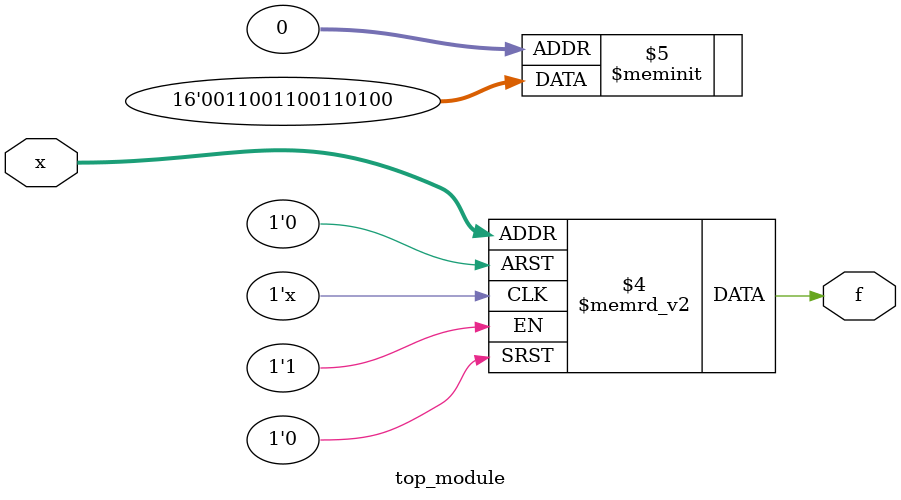
<source format=sv>
module top_module (
	input [4:1] x,
	output logic f
);

always_comb
begin
	case (x)
		4'b0000: f = 0;
		4'b0001: f = 0;
		4'b0010: f = 1;
		4'b0011: f = 0;
		4'b0100: f = 1;
		4'b0101: f = 1;
		4'b0110: f = 0;
		4'b0111: f = 0;
		4'b1000: f = 1;
		4'b1001: f = 1;
		4'b1010: f = 0;
		4'b1011: f = 0;
		4'b1100: f = 1;
		4'b1101: f = 1;
		4'b1110: f = 0;
		4'b1111: f = 0;
	endcase
end

endmodule

</source>
